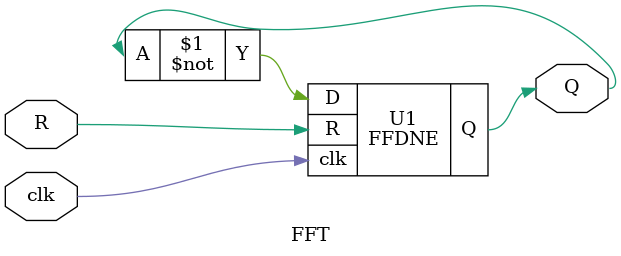
<source format=v>

module FFD(input wire clk, input wire R, input wire E, input wire D, output reg Q);

  always @(posedge clk or posedge R)
    begin
      if (R) Q <= 1'b0;
      else if (E) Q <= D;
      //else Q <= Q;
    end

endmodule

// Flags
//FFD 2 ents y 2 sals/ 2 bits
module FLAGS(input wire clk, input wire R, input wire E, input wire carry, input wire z, output wire cflag, output wire zflag);
  FFD U1(clk, R, E, carry, cflag);
  FFD U2(clk, R, E, z, zflag);
endmodule

// ACCUMULATOR
// FFD/ 4 bits
module ACCUMULATOR(input wire clk, input wire R, input wire E, input wire [3:0] D, output wire [3:0] Q);
  FFD U1(clk, R, E, D[3], Q[3]);
  FFD U2(clk, R, E, D[2], Q[2]);
  FFD U3(clk, R, E, D[1], Q[1]);
  FFD U4(clk, R, E, D[0], Q[0]);

endmodule

// OUTPUTS
//FFD /4
module OUTPUTS( input wire clk, input wire R, input wire E, input wire [3:0] D, output wire [3:0] Q);
  FFD U1(clk, R, E, D[3], Q[3]);
  FFD U2(clk, R, E, D[2], Q[2]);
  FFD U3(clk, R, E, D[1], Q[1]);
  FFD U4(clk, R, E, D[0], Q[0]);

endmodule

// FETCH
//FFD /8 bits
module FETCH(input wire clk, input wire R, input wire E, input wire [7:0] D, output wire [3:0] instr, output wire [3:0] operando);   // sal oprnd
  FFD U1(clk, R, E, D[7], instr[3]);
  FFD U2(clk, R, E, D[6], instr[2]);
  FFD U3(clk, R, E, D[5], instr[1]);
  FFD U4(clk, R, E, D[4], instr[0]);
  FFD U5(clk, R, E, D[3], operando[3]);
  FFD U6(clk, R, E, D[2], operando[2]);
  FFD U7(clk, R, E, D[1], operando[1]);
  FFD U8(clk, R, E, D[0], operando[0]);

endmodule
//FFD (sin E)
module FFDNE(input wire clk, R, D, output reg Q);
  always @(posedge clk or posedge R)
    begin
      if (R)
        Q <= 1'b0;
      else
        Q <= D;
    end
endmodule

// PHASE
// FFT (sin E)
module FFT(input wire clk, input wire R, output wire Q);
    FFDNE U1(clk, R, ~Q, Q);
endmodule

</source>
